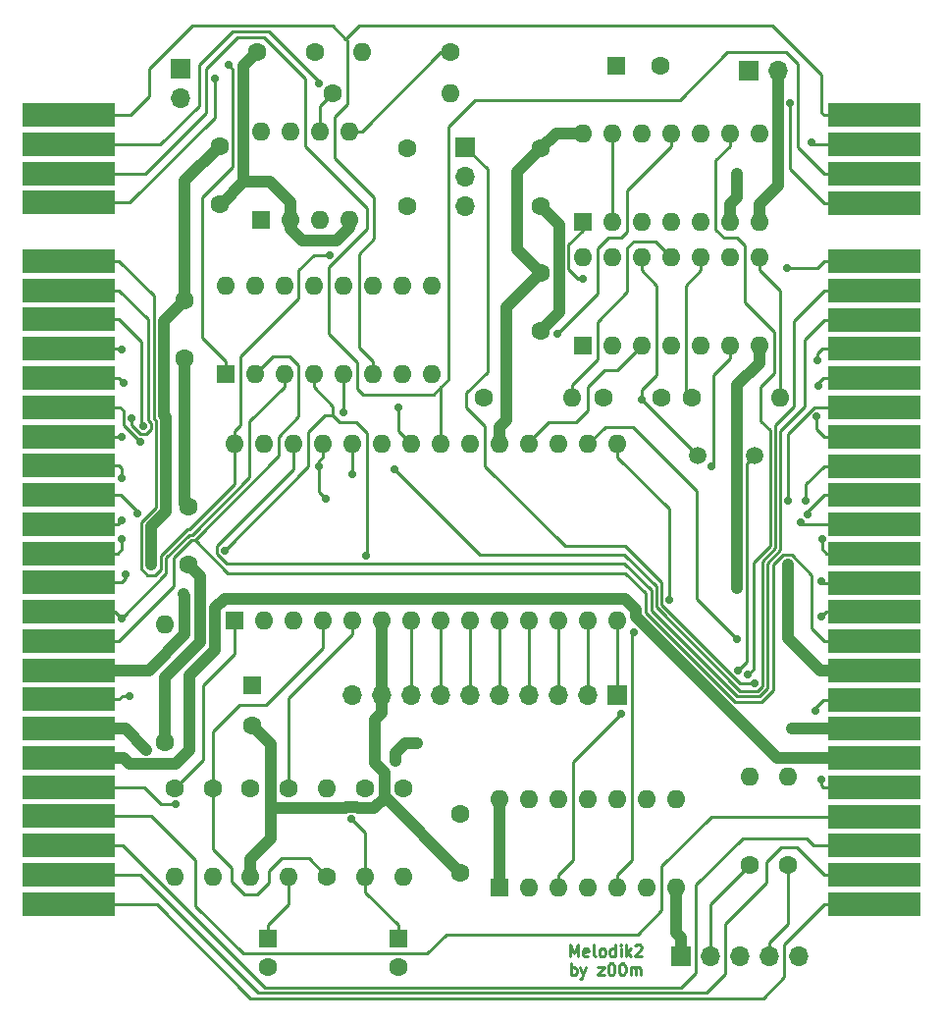
<source format=gtl>
G04 #@! TF.GenerationSoftware,KiCad,Pcbnew,6.0.11+dfsg-1*
G04 #@! TF.CreationDate,2025-03-28T14:55:45+01:00*
G04 #@! TF.ProjectId,Melodik2,4d656c6f-6469-46b3-922e-6b696361645f,2.0*
G04 #@! TF.SameCoordinates,Original*
G04 #@! TF.FileFunction,Copper,L1,Top*
G04 #@! TF.FilePolarity,Positive*
%FSLAX46Y46*%
G04 Gerber Fmt 4.6, Leading zero omitted, Abs format (unit mm)*
G04 Created by KiCad (PCBNEW 6.0.11+dfsg-1) date 2025-03-28 14:55:45*
%MOMM*%
%LPD*%
G01*
G04 APERTURE LIST*
%ADD10C,0.250000*%
G04 #@! TA.AperFunction,NonConductor*
%ADD11C,0.250000*%
G04 #@! TD*
G04 #@! TA.AperFunction,ComponentPad*
%ADD12C,1.600000*%
G04 #@! TD*
G04 #@! TA.AperFunction,ComponentPad*
%ADD13O,1.600000X1.600000*%
G04 #@! TD*
G04 #@! TA.AperFunction,ComponentPad*
%ADD14R,1.600000X1.600000*%
G04 #@! TD*
G04 #@! TA.AperFunction,SMDPad,CuDef*
%ADD15R,8.000000X2.000000*%
G04 #@! TD*
G04 #@! TA.AperFunction,ComponentPad*
%ADD16R,1.700000X1.700000*%
G04 #@! TD*
G04 #@! TA.AperFunction,ComponentPad*
%ADD17O,1.700000X1.700000*%
G04 #@! TD*
G04 #@! TA.AperFunction,ComponentPad*
%ADD18C,1.500000*%
G04 #@! TD*
G04 #@! TA.AperFunction,ViaPad*
%ADD19C,0.700000*%
G04 #@! TD*
G04 #@! TA.AperFunction,ViaPad*
%ADD20C,1.000000*%
G04 #@! TD*
G04 #@! TA.AperFunction,Conductor*
%ADD21C,1.000000*%
G04 #@! TD*
G04 #@! TA.AperFunction,Conductor*
%ADD22C,0.250000*%
G04 #@! TD*
G04 APERTURE END LIST*
D10*
D11*
X154462380Y-126067380D02*
X154462380Y-125067380D01*
X154795714Y-125781666D01*
X155129047Y-125067380D01*
X155129047Y-126067380D01*
X155986190Y-126019761D02*
X155890952Y-126067380D01*
X155700476Y-126067380D01*
X155605238Y-126019761D01*
X155557619Y-125924523D01*
X155557619Y-125543571D01*
X155605238Y-125448333D01*
X155700476Y-125400714D01*
X155890952Y-125400714D01*
X155986190Y-125448333D01*
X156033809Y-125543571D01*
X156033809Y-125638809D01*
X155557619Y-125734047D01*
X156605238Y-126067380D02*
X156510000Y-126019761D01*
X156462380Y-125924523D01*
X156462380Y-125067380D01*
X157129047Y-126067380D02*
X157033809Y-126019761D01*
X156986190Y-125972142D01*
X156938571Y-125876904D01*
X156938571Y-125591190D01*
X156986190Y-125495952D01*
X157033809Y-125448333D01*
X157129047Y-125400714D01*
X157271904Y-125400714D01*
X157367142Y-125448333D01*
X157414761Y-125495952D01*
X157462380Y-125591190D01*
X157462380Y-125876904D01*
X157414761Y-125972142D01*
X157367142Y-126019761D01*
X157271904Y-126067380D01*
X157129047Y-126067380D01*
X158319523Y-126067380D02*
X158319523Y-125067380D01*
X158319523Y-126019761D02*
X158224285Y-126067380D01*
X158033809Y-126067380D01*
X157938571Y-126019761D01*
X157890952Y-125972142D01*
X157843333Y-125876904D01*
X157843333Y-125591190D01*
X157890952Y-125495952D01*
X157938571Y-125448333D01*
X158033809Y-125400714D01*
X158224285Y-125400714D01*
X158319523Y-125448333D01*
X158795714Y-126067380D02*
X158795714Y-125400714D01*
X158795714Y-125067380D02*
X158748095Y-125115000D01*
X158795714Y-125162619D01*
X158843333Y-125115000D01*
X158795714Y-125067380D01*
X158795714Y-125162619D01*
X159271904Y-126067380D02*
X159271904Y-125067380D01*
X159367142Y-125686428D02*
X159652857Y-126067380D01*
X159652857Y-125400714D02*
X159271904Y-125781666D01*
X160033809Y-125162619D02*
X160081428Y-125115000D01*
X160176666Y-125067380D01*
X160414761Y-125067380D01*
X160510000Y-125115000D01*
X160557619Y-125162619D01*
X160605238Y-125257857D01*
X160605238Y-125353095D01*
X160557619Y-125495952D01*
X159986190Y-126067380D01*
X160605238Y-126067380D01*
X154510000Y-127677380D02*
X154510000Y-126677380D01*
X154510000Y-127058333D02*
X154605238Y-127010714D01*
X154795714Y-127010714D01*
X154890952Y-127058333D01*
X154938571Y-127105952D01*
X154986190Y-127201190D01*
X154986190Y-127486904D01*
X154938571Y-127582142D01*
X154890952Y-127629761D01*
X154795714Y-127677380D01*
X154605238Y-127677380D01*
X154510000Y-127629761D01*
X155319523Y-127010714D02*
X155557619Y-127677380D01*
X155795714Y-127010714D02*
X155557619Y-127677380D01*
X155462380Y-127915476D01*
X155414761Y-127963095D01*
X155319523Y-128010714D01*
X156843333Y-127010714D02*
X157367142Y-127010714D01*
X156843333Y-127677380D01*
X157367142Y-127677380D01*
X157938571Y-126677380D02*
X158033809Y-126677380D01*
X158129047Y-126725000D01*
X158176666Y-126772619D01*
X158224285Y-126867857D01*
X158271904Y-127058333D01*
X158271904Y-127296428D01*
X158224285Y-127486904D01*
X158176666Y-127582142D01*
X158129047Y-127629761D01*
X158033809Y-127677380D01*
X157938571Y-127677380D01*
X157843333Y-127629761D01*
X157795714Y-127582142D01*
X157748095Y-127486904D01*
X157700476Y-127296428D01*
X157700476Y-127058333D01*
X157748095Y-126867857D01*
X157795714Y-126772619D01*
X157843333Y-126725000D01*
X157938571Y-126677380D01*
X158890952Y-126677380D02*
X158986190Y-126677380D01*
X159081428Y-126725000D01*
X159129047Y-126772619D01*
X159176666Y-126867857D01*
X159224285Y-127058333D01*
X159224285Y-127296428D01*
X159176666Y-127486904D01*
X159129047Y-127582142D01*
X159081428Y-127629761D01*
X158986190Y-127677380D01*
X158890952Y-127677380D01*
X158795714Y-127629761D01*
X158748095Y-127582142D01*
X158700476Y-127486904D01*
X158652857Y-127296428D01*
X158652857Y-127058333D01*
X158700476Y-126867857D01*
X158748095Y-126772619D01*
X158795714Y-126725000D01*
X158890952Y-126677380D01*
X159652857Y-127677380D02*
X159652857Y-127010714D01*
X159652857Y-127105952D02*
X159700476Y-127058333D01*
X159795714Y-127010714D01*
X159938571Y-127010714D01*
X160033809Y-127058333D01*
X160081428Y-127153571D01*
X160081428Y-127677380D01*
X160081428Y-127153571D02*
X160129047Y-127058333D01*
X160224285Y-127010714D01*
X160367142Y-127010714D01*
X160462380Y-127058333D01*
X160510000Y-127153571D01*
X160510000Y-127677380D01*
D12*
X144070000Y-48120000D03*
D13*
X136450000Y-48120000D03*
D12*
X120310000Y-111550000D03*
D13*
X120310000Y-119170000D03*
D14*
X155525000Y-62700000D03*
D13*
X158065000Y-62700000D03*
X160605000Y-62700000D03*
X163145000Y-62700000D03*
X165685000Y-62700000D03*
X168225000Y-62700000D03*
X170765000Y-62700000D03*
X170765000Y-55080000D03*
X168225000Y-55080000D03*
X165685000Y-55080000D03*
X163145000Y-55080000D03*
X160605000Y-55080000D03*
X158065000Y-55080000D03*
X155525000Y-55080000D03*
D12*
X121500000Y-92300000D03*
X121500000Y-87300000D03*
D14*
X124675000Y-75850000D03*
D13*
X127215000Y-75850000D03*
X129755000Y-75850000D03*
X132295000Y-75850000D03*
X134835000Y-75850000D03*
X137375000Y-75850000D03*
X139915000Y-75850000D03*
X142455000Y-75850000D03*
X142455000Y-68230000D03*
X139915000Y-68230000D03*
X137375000Y-68230000D03*
X134835000Y-68230000D03*
X132295000Y-68230000D03*
X129755000Y-68230000D03*
X127215000Y-68230000D03*
X124675000Y-68230000D03*
D12*
X157300000Y-77900000D03*
X162300000Y-77900000D03*
X146990000Y-77900000D03*
D13*
X154610000Y-77900000D03*
D12*
X133460000Y-119180000D03*
D13*
X133460000Y-111560000D03*
D12*
X124210000Y-56170000D03*
X124210000Y-61170000D03*
X123610000Y-111550000D03*
D13*
X123610000Y-119170000D03*
D15*
X111180000Y-53510000D03*
X111180000Y-56030000D03*
X111180000Y-58550000D03*
X111180000Y-61070000D03*
X111180000Y-66110000D03*
X111180000Y-68630000D03*
X111180000Y-71150000D03*
X111180000Y-73670000D03*
X111180000Y-76190000D03*
X111180000Y-78710000D03*
X111180000Y-81230000D03*
X111180000Y-83750000D03*
X111180000Y-86270000D03*
X111180000Y-88790000D03*
X111180000Y-91310000D03*
X111180000Y-93830000D03*
X111180000Y-96350000D03*
X111180000Y-98870000D03*
X111180000Y-101390000D03*
X111180000Y-103910000D03*
X111180000Y-106430000D03*
X111180000Y-108950000D03*
X111180000Y-111470000D03*
X111180000Y-113990000D03*
X111180000Y-116510000D03*
X111180000Y-119030000D03*
X111180000Y-121550000D03*
D12*
X136760000Y-111560000D03*
D13*
X136760000Y-119180000D03*
D16*
X158500000Y-103500000D03*
D17*
X155960000Y-103500000D03*
X153420000Y-103500000D03*
X150880000Y-103500000D03*
X148340000Y-103500000D03*
X145800000Y-103500000D03*
X143260000Y-103500000D03*
X140720000Y-103500000D03*
X138180000Y-103500000D03*
X135640000Y-103500000D03*
D18*
X165460000Y-82870000D03*
X170340000Y-82870000D03*
D12*
X164900000Y-77900000D03*
D13*
X172520000Y-77900000D03*
D12*
X130160000Y-111560000D03*
D13*
X130160000Y-119180000D03*
D14*
X127760000Y-62520000D03*
D13*
X130300000Y-62520000D03*
X132840000Y-62520000D03*
X135380000Y-62520000D03*
X135380000Y-54900000D03*
X132840000Y-54900000D03*
X130300000Y-54900000D03*
X127760000Y-54900000D03*
D14*
X158404700Y-49270000D03*
D12*
X162204700Y-49270000D03*
D16*
X169860000Y-49670000D03*
D17*
X172400000Y-49670000D03*
D12*
X140060000Y-111560000D03*
D13*
X140060000Y-119180000D03*
D12*
X151900000Y-67100000D03*
X151900000Y-72100000D03*
X169960000Y-118170000D03*
D13*
X169960000Y-110550000D03*
D12*
X119500000Y-107580000D03*
D13*
X119500000Y-97420000D03*
D16*
X120810000Y-49535000D03*
D17*
X120810000Y-52075000D03*
D14*
X155525000Y-73400000D03*
D13*
X158065000Y-73400000D03*
X160605000Y-73400000D03*
X163145000Y-73400000D03*
X165685000Y-73400000D03*
X168225000Y-73400000D03*
X170765000Y-73400000D03*
X170765000Y-65780000D03*
X168225000Y-65780000D03*
X165685000Y-65780000D03*
X163145000Y-65780000D03*
X160605000Y-65780000D03*
X158065000Y-65780000D03*
X155525000Y-65780000D03*
D16*
X164040000Y-126020000D03*
D17*
X166580000Y-126020000D03*
X169120000Y-126020000D03*
X171660000Y-126020000D03*
X174200000Y-126020000D03*
D12*
X126860000Y-111560000D03*
D13*
X126860000Y-119180000D03*
D14*
X139600000Y-124504900D03*
D12*
X139600000Y-127004900D03*
D14*
X125500000Y-97125000D03*
D13*
X128040000Y-97125000D03*
X130580000Y-97125000D03*
X133120000Y-97125000D03*
X135660000Y-97125000D03*
X138200000Y-97125000D03*
X140740000Y-97125000D03*
X143280000Y-97125000D03*
X145820000Y-97125000D03*
X148360000Y-97125000D03*
X150900000Y-97125000D03*
X153440000Y-97125000D03*
X155980000Y-97125000D03*
X158520000Y-97125000D03*
X158520000Y-81885000D03*
X155980000Y-81885000D03*
X153440000Y-81885000D03*
X150900000Y-81885000D03*
X148360000Y-81885000D03*
X145820000Y-81885000D03*
X143280000Y-81885000D03*
X140740000Y-81885000D03*
X138200000Y-81885000D03*
X135660000Y-81885000D03*
X133120000Y-81885000D03*
X130580000Y-81885000D03*
X128040000Y-81885000D03*
X125500000Y-81885000D03*
D15*
X180700000Y-53530000D03*
X180700000Y-56050000D03*
X180700000Y-58570000D03*
X180700000Y-61090000D03*
X180700000Y-66130000D03*
X180700000Y-68650000D03*
X180700000Y-71170000D03*
X180700000Y-73690000D03*
X180700000Y-76210000D03*
X180700000Y-78730000D03*
X180700000Y-81250000D03*
X180700000Y-83770000D03*
X180700000Y-86290000D03*
X180700000Y-88810000D03*
X180700000Y-91330000D03*
X180700000Y-93850000D03*
X180700000Y-96370000D03*
X180700000Y-98890000D03*
X180700000Y-101410000D03*
X180700000Y-103930000D03*
X180700000Y-106450000D03*
X180700000Y-108970000D03*
X180700000Y-111490000D03*
X180700000Y-114010000D03*
X180700000Y-116530000D03*
X180700000Y-119050000D03*
X180700000Y-121570000D03*
D16*
X145400000Y-56275000D03*
D17*
X145400000Y-58815000D03*
X145400000Y-61355000D03*
D12*
X132410000Y-48120000D03*
X127410000Y-48120000D03*
X173260000Y-118180000D03*
D13*
X173260000Y-110560000D03*
D12*
X121200000Y-69500000D03*
X121200000Y-74500000D03*
X144960000Y-113820000D03*
X144960000Y-118820000D03*
X151900000Y-56400000D03*
X151900000Y-61400000D03*
D14*
X148335000Y-120170000D03*
D13*
X150875000Y-120170000D03*
X153415000Y-120170000D03*
X155955000Y-120170000D03*
X158495000Y-120170000D03*
X161035000Y-120170000D03*
X163575000Y-120170000D03*
X163575000Y-112550000D03*
X161035000Y-112550000D03*
X158495000Y-112550000D03*
X155955000Y-112550000D03*
X153415000Y-112550000D03*
X150875000Y-112550000D03*
X148335000Y-112550000D03*
D12*
X140360000Y-56370000D03*
X140360000Y-61370000D03*
D14*
X127010000Y-102664000D03*
D12*
X127010000Y-106164000D03*
X133930000Y-51670000D03*
D13*
X144090000Y-51670000D03*
D14*
X128350000Y-124499800D03*
D12*
X128350000Y-126999800D03*
D19*
X120428300Y-112953500D03*
X176085400Y-110794300D03*
X175583500Y-104892000D03*
X116441300Y-103579500D03*
X176163500Y-90084700D03*
X115739400Y-90058200D03*
X174327000Y-88675700D03*
X115745000Y-88453300D03*
X174962400Y-87956000D03*
X117076000Y-87893000D03*
X174745300Y-86797500D03*
X115754600Y-84850500D03*
X176133400Y-93719300D03*
X136854800Y-91523000D03*
X124626500Y-91072900D03*
X116101000Y-93145900D03*
X176118600Y-96796600D03*
X115732200Y-96899500D03*
X166602400Y-83774300D03*
X168813200Y-98678400D03*
X162993100Y-95329300D03*
X159931500Y-98160100D03*
X123779700Y-50370100D03*
X173427100Y-52464200D03*
X155568000Y-67644200D03*
X153364200Y-72340700D03*
X158802500Y-105150000D03*
X168906200Y-101379000D03*
X160635900Y-78045800D03*
X170320200Y-102511100D03*
X135580900Y-114206200D03*
D20*
X118270200Y-92300000D03*
X168798400Y-58570000D03*
X168844100Y-94271500D03*
X168844100Y-86384600D03*
D19*
X139614900Y-78688000D03*
X115737100Y-73726900D03*
X175795000Y-74672900D03*
X115889300Y-76630200D03*
X175873100Y-76889500D03*
X135660000Y-84470800D03*
X115772600Y-81230000D03*
X175722900Y-79521400D03*
X132796700Y-83795700D03*
X117349900Y-81701200D03*
X173263200Y-86790200D03*
X133379900Y-86624500D03*
X117590900Y-80350900D03*
X116566300Y-79675800D03*
X139307900Y-84022900D03*
X133713100Y-65571600D03*
X173140800Y-66713500D03*
X169780500Y-101777700D03*
X124960200Y-49189800D03*
X175230700Y-55834300D03*
X132728400Y-50827800D03*
X134910500Y-79123700D03*
D20*
X121049900Y-94825600D03*
X173188000Y-92282000D03*
X173561600Y-106450000D03*
X141219400Y-107683500D03*
X139347100Y-109205700D03*
X117887600Y-108238000D03*
D21*
X139347100Y-109205700D02*
X139347100Y-108552900D01*
X139347100Y-108552900D02*
X140216500Y-107683500D01*
X140216500Y-107683500D02*
X141219400Y-107683500D01*
D22*
X116566300Y-79675800D02*
X116566300Y-80281000D01*
X117311300Y-81026000D02*
X117870600Y-81026000D01*
X116566300Y-80281000D02*
X117311300Y-81026000D01*
X117870600Y-81026000D02*
X118265900Y-80630700D01*
X118265900Y-80630700D02*
X118265900Y-80071305D01*
X118265900Y-80071305D02*
X118000000Y-79805405D01*
X118000000Y-79805405D02*
X118000000Y-71124900D01*
X118000000Y-71124900D02*
X115505100Y-68630000D01*
X115505100Y-68630000D02*
X111180000Y-68630000D01*
X119114600Y-91512608D02*
X121372208Y-89255000D01*
X119114600Y-92691600D02*
X119114600Y-91512608D01*
X121372208Y-89255000D02*
X121545000Y-89255000D01*
X118637800Y-93168400D02*
X119114600Y-92691600D01*
X117962900Y-93168400D02*
X118637800Y-93168400D01*
X117433300Y-92638800D02*
X117962900Y-93168400D01*
X117433300Y-88645700D02*
X117433300Y-92638800D01*
X118715900Y-87363100D02*
X117433300Y-88645700D01*
X118715900Y-79884909D02*
X118715900Y-87363100D01*
X118500000Y-79669009D02*
X118715900Y-79884909D01*
X118500000Y-69104900D02*
X118500000Y-79669009D01*
X115505100Y-66110000D02*
X118500000Y-69104900D01*
X111180000Y-66110000D02*
X115505100Y-66110000D01*
X121545000Y-89255000D02*
X125500000Y-85300000D01*
X125500000Y-85300000D02*
X125500000Y-81885000D01*
D21*
X118270200Y-92300000D02*
X118270200Y-88975700D01*
X119540900Y-79543183D02*
X119400000Y-79402283D01*
X118270200Y-88975700D02*
X119540900Y-87705000D01*
X119400000Y-71300000D02*
X121200000Y-69500000D01*
X119540900Y-87705000D02*
X119540900Y-79543183D01*
X119400000Y-79402283D02*
X119400000Y-71300000D01*
D22*
X117590900Y-80350900D02*
X117400000Y-80160000D01*
X117400000Y-73044900D02*
X115505100Y-71150000D01*
X117400000Y-80160000D02*
X117400000Y-73044900D01*
X115505100Y-71150000D02*
X111180000Y-71150000D01*
D21*
X135380000Y-62520000D02*
X135380000Y-63220000D01*
X135380000Y-63220000D02*
X134300000Y-64300000D01*
X134300000Y-64300000D02*
X131300000Y-64300000D01*
X131300000Y-64300000D02*
X130300000Y-63300000D01*
X130300000Y-63300000D02*
X130300000Y-62520000D01*
X151900000Y-56400000D02*
X153220000Y-55080000D01*
X153220000Y-55080000D02*
X155525000Y-55080000D01*
D22*
X180700000Y-53530000D02*
X176374900Y-53530000D01*
X176374900Y-53530000D02*
X176134800Y-53289900D01*
X176134800Y-53289900D02*
X176134800Y-50034800D01*
X176134800Y-50034800D02*
X171900000Y-45800000D01*
X136218900Y-45800000D02*
X135061800Y-46957100D01*
X171900000Y-45800000D02*
X136218900Y-45800000D01*
X125500000Y-81885000D02*
X125500000Y-80759900D01*
X132328400Y-65571600D02*
X133713100Y-65571600D01*
X125500000Y-80759900D02*
X126000000Y-80259900D01*
X126000000Y-80259900D02*
X126000000Y-74300000D01*
X126000000Y-74300000D02*
X131000000Y-69300000D01*
X131000000Y-69300000D02*
X131000000Y-66900000D01*
X131000000Y-66900000D02*
X132328400Y-65571600D01*
X127215000Y-75850000D02*
X127250000Y-75850000D01*
X131000000Y-75100000D02*
X131000000Y-79527100D01*
X127250000Y-75850000D02*
X128800000Y-74300000D01*
X128800000Y-74300000D02*
X130200000Y-74300000D01*
X130200000Y-74300000D02*
X131000000Y-75100000D01*
X131000000Y-79527100D02*
X129300000Y-81227100D01*
X129300000Y-81227100D02*
X129300000Y-82903900D01*
X129300000Y-82903900D02*
X122048900Y-90155000D01*
X180700000Y-58570000D02*
X176374900Y-58570000D01*
X176374900Y-58570000D02*
X174102200Y-56297300D01*
X174102200Y-56297300D02*
X174102200Y-49102200D01*
X174102200Y-49102200D02*
X173100000Y-48100000D01*
X173100000Y-48100000D02*
X168000000Y-48100000D01*
X168000000Y-48100000D02*
X163900000Y-52200000D01*
X163900000Y-52200000D02*
X146200000Y-52200000D01*
X146200000Y-52200000D02*
X143900000Y-54500000D01*
X143900000Y-54500000D02*
X143900000Y-76363500D01*
X143900000Y-76363500D02*
X143280000Y-76983500D01*
X125700000Y-46800000D02*
X123000000Y-49500000D01*
X133640700Y-66598800D02*
X136900000Y-63339500D01*
X123000000Y-49500000D02*
X123000000Y-53300000D01*
X128000000Y-46800000D02*
X125700000Y-46800000D01*
X131570000Y-50370000D02*
X128000000Y-46800000D01*
X131570000Y-56170000D02*
X131570000Y-50370000D01*
X136900000Y-61500000D02*
X131570000Y-56170000D01*
X136900000Y-63339500D02*
X136900000Y-61500000D01*
X136100000Y-77100000D02*
X136100000Y-74797900D01*
X117750000Y-58550000D02*
X111180000Y-58550000D01*
X133640700Y-72338600D02*
X133640700Y-66598800D01*
X136100000Y-74797900D02*
X133640700Y-72338600D01*
X136600000Y-77600000D02*
X136100000Y-77100000D01*
X142663500Y-77600000D02*
X136600000Y-77600000D01*
X143280000Y-76983500D02*
X142663500Y-77600000D01*
X123000000Y-53300000D02*
X117750000Y-58550000D01*
X145400000Y-56275000D02*
X147300000Y-58175000D01*
X147300000Y-58175000D02*
X147300000Y-75673800D01*
X147300000Y-75673800D02*
X145500000Y-77473800D01*
X145500000Y-77473800D02*
X145500000Y-78710900D01*
X145500000Y-78710900D02*
X147100000Y-80310900D01*
X147100000Y-80310900D02*
X147100000Y-83800000D01*
X147100000Y-83800000D02*
X153969500Y-90669500D01*
X153969500Y-90669500D02*
X159169500Y-90669500D01*
X159169500Y-90669500D02*
X162318100Y-93818100D01*
X162318100Y-93818100D02*
X162318100Y-95745600D01*
X162318100Y-95745600D02*
X169083600Y-102511100D01*
X169083600Y-102511100D02*
X170320200Y-102511100D01*
D21*
X151900000Y-72100000D02*
X153500000Y-70500000D01*
X153500000Y-70500000D02*
X153500000Y-67166726D01*
X153500000Y-67166726D02*
X153475000Y-67141726D01*
X153475000Y-67141726D02*
X153475000Y-64358274D01*
X153475000Y-64358274D02*
X153500000Y-64333274D01*
X153500000Y-64333274D02*
X153500000Y-63000000D01*
X153500000Y-63000000D02*
X151900000Y-61400000D01*
D22*
X155568000Y-67644200D02*
X155144200Y-67644200D01*
X155144200Y-67644200D02*
X154300000Y-66800000D01*
X154300000Y-66800000D02*
X154300000Y-64700000D01*
X154300000Y-64700000D02*
X155525000Y-63475000D01*
X155525000Y-63475000D02*
X155525000Y-62700000D01*
D21*
X151900000Y-67100000D02*
X149900000Y-65100000D01*
X149900000Y-65100000D02*
X149900000Y-58400000D01*
X149900000Y-58400000D02*
X151900000Y-56400000D01*
D22*
X153364200Y-72340700D02*
X156795000Y-68909900D01*
X159335000Y-63565000D02*
X159335000Y-60015100D01*
X159335000Y-60015100D02*
X163145000Y-56205100D01*
X156795000Y-68909900D02*
X156795000Y-65005000D01*
X156795000Y-65005000D02*
X157704800Y-64095200D01*
X158804800Y-64095200D02*
X159335000Y-63565000D01*
X157704800Y-64095200D02*
X158804800Y-64095200D01*
X163145000Y-56205100D02*
X163145000Y-55080000D01*
X154610000Y-77900000D02*
X154610000Y-76774900D01*
X154610000Y-76774900D02*
X156800000Y-74584900D01*
X156800000Y-74584900D02*
X156800000Y-71335800D01*
X156800000Y-71335800D02*
X159371800Y-68764000D01*
X159371800Y-68764000D02*
X159371800Y-64928200D01*
X159371800Y-64928200D02*
X159900000Y-64400000D01*
X159900000Y-64400000D02*
X161765000Y-64400000D01*
X161765000Y-64400000D02*
X163145000Y-65780000D01*
X170900000Y-79907500D02*
X171683200Y-80690700D01*
X168225000Y-56205100D02*
X167000000Y-57430100D01*
X172070000Y-75760500D02*
X170900000Y-76930500D01*
X170900000Y-76930500D02*
X170900000Y-79907500D01*
X172070000Y-72228600D02*
X172070000Y-75760500D01*
X169500000Y-69658600D02*
X172070000Y-72228600D01*
X167000000Y-57430100D02*
X167000000Y-63400000D01*
X169500000Y-64800000D02*
X169500000Y-69658600D01*
X171683200Y-80690700D02*
X171683200Y-90663908D01*
X171683200Y-90663908D02*
X170230700Y-92116408D01*
X167695200Y-64095200D02*
X168795200Y-64095200D01*
X167000000Y-63400000D02*
X167695200Y-64095200D01*
X168795200Y-64095200D02*
X169500000Y-64800000D01*
X170230700Y-92116408D02*
X170230700Y-101327500D01*
X168225000Y-55080000D02*
X168225000Y-56205100D01*
X170230700Y-101327500D02*
X169780500Y-101777700D01*
X155980000Y-81885000D02*
X157465000Y-80400000D01*
X159819250Y-80400000D02*
X165342300Y-85923050D01*
X157465000Y-80400000D02*
X159819250Y-80400000D01*
X165342300Y-85923050D02*
X165342300Y-95207500D01*
X165342300Y-95207500D02*
X168813200Y-98678400D01*
X133944200Y-79403300D02*
X134540900Y-80000000D01*
X134540900Y-80000000D02*
X136000000Y-80000000D01*
X136000000Y-80000000D02*
X136900000Y-80900000D01*
X136900000Y-80900000D02*
X136900000Y-91477800D01*
X136900000Y-91477800D02*
X136854800Y-91523000D01*
X159100000Y-91400000D02*
X146685000Y-91400000D01*
X146685000Y-91400000D02*
X139307900Y-84022900D01*
X161868100Y-94168100D02*
X159100000Y-91400000D01*
X161868100Y-95932300D02*
X161868100Y-94168100D01*
X169122300Y-103186500D02*
X161868100Y-95932300D01*
X170599700Y-103186500D02*
X169122300Y-103186500D01*
X170995400Y-102790800D02*
X170599700Y-103186500D01*
X172133200Y-90850304D02*
X170995400Y-91988104D01*
X172133200Y-80266800D02*
X172133200Y-90850304D01*
X173778800Y-71246100D02*
X173778800Y-78621200D01*
X176374900Y-68650000D02*
X173778800Y-71246100D01*
X170995400Y-91988104D02*
X170995400Y-102790800D01*
X173778800Y-78621200D02*
X172133200Y-80266800D01*
X180700000Y-68650000D02*
X176374900Y-68650000D01*
X168225000Y-73400000D02*
X168225000Y-74525100D01*
X168225000Y-74525100D02*
X166800000Y-75950100D01*
X166800000Y-75950100D02*
X166800000Y-83576700D01*
X166800000Y-83576700D02*
X166602400Y-83774300D01*
X160605000Y-65780000D02*
X160605000Y-66905100D01*
X160605000Y-66905100D02*
X161900000Y-68200100D01*
X161900000Y-75900000D02*
X160635900Y-77164100D01*
X160635900Y-77164100D02*
X160635900Y-78045800D01*
X161900000Y-68200100D02*
X161900000Y-75900000D01*
X165685000Y-65780000D02*
X165685000Y-66905100D01*
X164400000Y-77400000D02*
X164900000Y-77900000D01*
X165685000Y-66905100D02*
X164400000Y-68190100D01*
X164400000Y-68190100D02*
X164400000Y-77400000D01*
X150900000Y-81885000D02*
X150900000Y-81700000D01*
X150900000Y-81700000D02*
X152600000Y-80000000D01*
X152600000Y-80000000D02*
X154900000Y-80000000D01*
X154900000Y-80000000D02*
X155955000Y-78945000D01*
X155955000Y-78945000D02*
X155955000Y-76945000D01*
X155955000Y-76945000D02*
X157400000Y-75500000D01*
X157400000Y-75500000D02*
X158505000Y-75500000D01*
X158505000Y-75500000D02*
X160605000Y-73400000D01*
D21*
X148360000Y-81885000D02*
X148360000Y-80384900D01*
X148360000Y-80384900D02*
X148900000Y-79844900D01*
X148900000Y-79844900D02*
X148900000Y-70100000D01*
X148900000Y-70100000D02*
X151900000Y-67100000D01*
D22*
X140740000Y-81885000D02*
X139614900Y-80759900D01*
X139614900Y-80759900D02*
X139614900Y-78688000D01*
X133944200Y-79403300D02*
X133296700Y-79403300D01*
X133296700Y-79403300D02*
X131850000Y-80850000D01*
X131850000Y-80850000D02*
X131850000Y-83849400D01*
X131850000Y-83849400D02*
X124626500Y-91072900D01*
X115732200Y-96899500D02*
X119564700Y-93067000D01*
X121795000Y-89705000D02*
X126773500Y-84726500D01*
X119564700Y-93067000D02*
X119564700Y-91698904D01*
X129755000Y-76975100D02*
X129755000Y-75850000D01*
X119564700Y-91698904D02*
X121558604Y-89705000D01*
X121558604Y-89705000D02*
X121795000Y-89705000D01*
X126773500Y-84726500D02*
X126773500Y-79956600D01*
X126773500Y-79956600D02*
X129755000Y-76975100D01*
X122048900Y-90155000D02*
X121745000Y-90155000D01*
X121745000Y-90155000D02*
X120224600Y-91675400D01*
X120224600Y-91675400D02*
X120224600Y-94150500D01*
X120224600Y-94150500D02*
X115505100Y-98870000D01*
X115505100Y-98870000D02*
X111180000Y-98870000D01*
X175278100Y-97793200D02*
X176374900Y-98890000D01*
X176374900Y-98890000D02*
X180700000Y-98890000D01*
X172819700Y-91436900D02*
X173542700Y-91436900D01*
X173542700Y-91436900D02*
X175278100Y-93172300D01*
X175278100Y-93172300D02*
X175278100Y-97793200D01*
X171961400Y-103098000D02*
X171961400Y-92295200D01*
X168645600Y-104110100D02*
X170949300Y-104110100D01*
X170949300Y-104110100D02*
X171961400Y-103098000D01*
X160968100Y-94768100D02*
X160968100Y-96432600D01*
X159200000Y-93000000D02*
X160968100Y-94768100D01*
X171961400Y-92295200D02*
X172819700Y-91436900D01*
X160968100Y-96432600D02*
X168645600Y-104110100D01*
X124893900Y-93000000D02*
X159200000Y-93000000D01*
X122048900Y-90155000D02*
X124893900Y-93000000D01*
X171445500Y-92174400D02*
X172583300Y-91036600D01*
X171445500Y-102977300D02*
X171445500Y-92174400D01*
X168837200Y-103649500D02*
X170773300Y-103649500D01*
X161418100Y-96230400D02*
X168837200Y-103649500D01*
X170773300Y-103649500D02*
X171445500Y-102977300D01*
X161418100Y-94518100D02*
X161418100Y-96230400D01*
X172583300Y-91036600D02*
X172583300Y-80777700D01*
X172583300Y-80777700D02*
X174679000Y-78682000D01*
X124758400Y-92228000D02*
X159128000Y-92228000D01*
X176374900Y-71170000D02*
X180700000Y-71170000D01*
X123910600Y-91380200D02*
X124758400Y-92228000D01*
X123910600Y-90702500D02*
X123910600Y-91380200D01*
X130580000Y-84033100D02*
X123910600Y-90702500D01*
X159128000Y-92228000D02*
X161418100Y-94518100D01*
X130580000Y-81885000D02*
X130580000Y-84033100D01*
X174679000Y-78682000D02*
X174679000Y-72865900D01*
X174679000Y-72865900D02*
X176374900Y-71170000D01*
D21*
X111180000Y-108950000D02*
X115880100Y-108950000D01*
X172321400Y-108970000D02*
X180700000Y-108970000D01*
X115880100Y-108950000D02*
X116392500Y-109462400D01*
X116392500Y-109462400D02*
X120437600Y-109462400D01*
X120437600Y-109462400D02*
X121612800Y-108287200D01*
X121612800Y-108287200D02*
X121612800Y-101811600D01*
X159200000Y-95200000D02*
X160143100Y-96143100D01*
X121612800Y-101811600D02*
X123800000Y-99624400D01*
X160143100Y-96143100D02*
X160143100Y-96791700D01*
X123800000Y-99624400D02*
X123800000Y-96000000D01*
X123800000Y-96000000D02*
X124600000Y-95200000D01*
X124600000Y-95200000D02*
X159200000Y-95200000D01*
X160143100Y-96791700D02*
X172321400Y-108970000D01*
X121500000Y-92300000D02*
X122500000Y-93300000D01*
X122500000Y-93300000D02*
X122500000Y-99000000D01*
X122500000Y-99000000D02*
X119500000Y-102000000D01*
X119500000Y-102000000D02*
X119500000Y-107580000D01*
X111180000Y-101390000D02*
X118110000Y-101390000D01*
X121200000Y-98300000D02*
X121200000Y-94975700D01*
X118110000Y-101390000D02*
X121200000Y-98300000D01*
X121200000Y-94975700D02*
X121049900Y-94825600D01*
D22*
X133120000Y-97125000D02*
X133120000Y-99480000D01*
X123610000Y-106690000D02*
X123610000Y-111550000D01*
X133120000Y-99480000D02*
X128200000Y-104400000D01*
X128200000Y-104400000D02*
X125900000Y-104400000D01*
X125900000Y-104400000D02*
X123610000Y-106690000D01*
X111180000Y-119030000D02*
X117353400Y-119030000D01*
X171400000Y-119700000D02*
X171400000Y-117900000D01*
X117353400Y-119030000D02*
X127544700Y-129221300D01*
X167850000Y-127550000D02*
X167850000Y-123250000D01*
X167850000Y-123250000D02*
X171400000Y-119700000D01*
X174024900Y-116700000D02*
X176374900Y-119050000D01*
X127544700Y-129221300D02*
X166178700Y-129221300D01*
X166178700Y-129221300D02*
X167850000Y-127550000D01*
X171400000Y-117900000D02*
X172600000Y-116700000D01*
X172600000Y-116700000D02*
X174024900Y-116700000D01*
X176374900Y-119050000D02*
X180700000Y-119050000D01*
X180700000Y-116530000D02*
X180670000Y-116500000D01*
X180670000Y-116500000D02*
X175400000Y-116500000D01*
X169300000Y-115900000D02*
X165300000Y-119900000D01*
X175400000Y-116500000D02*
X174800000Y-115900000D01*
X174800000Y-115900000D02*
X169300000Y-115900000D01*
X165300000Y-119900000D02*
X165300000Y-127500000D01*
X165300000Y-127500000D02*
X164028800Y-128771200D01*
X164028800Y-128771200D02*
X128119600Y-128771200D01*
X128119600Y-128771200D02*
X115858400Y-116510000D01*
X115858400Y-116510000D02*
X111180000Y-116510000D01*
X158495000Y-120170000D02*
X158495000Y-119044900D01*
X158495000Y-119044900D02*
X159800000Y-117739900D01*
X159800000Y-117739900D02*
X159800000Y-98291600D01*
X159800000Y-98291600D02*
X159931500Y-98160100D01*
X111180000Y-111470000D02*
X117670000Y-111470000D01*
X117670000Y-111470000D02*
X119153500Y-112953500D01*
X119153500Y-112953500D02*
X120428300Y-112953500D01*
D21*
X138180000Y-103500000D02*
X138180000Y-105050100D01*
X138180000Y-105050100D02*
X137600000Y-105630100D01*
X138410000Y-110210000D02*
X138410000Y-112270000D01*
X137600000Y-105630100D02*
X137600000Y-109400000D01*
X137600000Y-109400000D02*
X138410000Y-110210000D01*
X138410000Y-112270000D02*
X138410000Y-112390000D01*
X138410000Y-112390000D02*
X137500000Y-113300000D01*
X136159625Y-113300000D02*
X136015825Y-113156200D01*
X137500000Y-113300000D02*
X136159625Y-113300000D01*
X136015825Y-113156200D02*
X135145975Y-113156200D01*
X135145975Y-113156200D02*
X135002175Y-113300000D01*
X135002175Y-113300000D02*
X128865000Y-113300000D01*
X128865000Y-113300000D02*
X128625200Y-113060200D01*
D22*
X153415000Y-120170000D02*
X153415000Y-119044900D01*
X153415000Y-119044900D02*
X154700000Y-117759900D01*
X154700000Y-117759900D02*
X154700000Y-109252500D01*
X154700000Y-109252500D02*
X158802500Y-105150000D01*
X180700000Y-114010000D02*
X166590000Y-114010000D01*
X162305000Y-118295000D02*
X162305000Y-122095000D01*
X122100000Y-121700000D02*
X122100000Y-117800000D01*
X122100000Y-117800000D02*
X118290000Y-113990000D01*
X166590000Y-114010000D02*
X162305000Y-118295000D01*
X162305000Y-122095000D02*
X160237900Y-124162100D01*
X160237900Y-124162100D02*
X143748000Y-124162100D01*
X143748000Y-124162100D02*
X142110100Y-125800000D01*
X142110100Y-125800000D02*
X126200000Y-125800000D01*
X126200000Y-125800000D02*
X122100000Y-121700000D01*
X118290000Y-113990000D02*
X111180000Y-113990000D01*
X123610000Y-111550000D02*
X123610000Y-116810000D01*
X123610000Y-116810000D02*
X125200000Y-118400000D01*
X125200000Y-118400000D02*
X125200000Y-119600000D01*
X125200000Y-119600000D02*
X126300000Y-120700000D01*
X126300000Y-120700000D02*
X127400000Y-120700000D01*
X127400000Y-120700000D02*
X128400000Y-119700000D01*
X128400000Y-119700000D02*
X128400000Y-118700000D01*
X131880000Y-117600000D02*
X133460000Y-119180000D01*
X128400000Y-118700000D02*
X129500000Y-117600000D01*
X129500000Y-117600000D02*
X131880000Y-117600000D01*
X111180000Y-121550000D02*
X118750000Y-121550000D01*
X118750000Y-121550000D02*
X126871400Y-129671400D01*
X171128600Y-129671400D02*
X172930000Y-127870000D01*
X172930000Y-127870000D02*
X172930000Y-125014900D01*
X172930000Y-125014900D02*
X176374900Y-121570000D01*
X176374900Y-121570000D02*
X180700000Y-121570000D01*
X126871400Y-129671400D02*
X171128600Y-129671400D01*
X175795000Y-74672900D02*
X175795000Y-74105000D01*
X176210000Y-73690000D02*
X180700000Y-73690000D01*
X175795000Y-74105000D02*
X176210000Y-73690000D01*
X175873100Y-76889500D02*
X175873100Y-76626900D01*
X175873100Y-76626900D02*
X176290000Y-76210000D01*
X176290000Y-76210000D02*
X180700000Y-76210000D01*
X175722900Y-79521400D02*
X175722900Y-80622900D01*
X175722900Y-80622900D02*
X176350000Y-81250000D01*
X176350000Y-81250000D02*
X180700000Y-81250000D01*
X180700000Y-83770000D02*
X176330000Y-83770000D01*
X176330000Y-83770000D02*
X174745300Y-85354700D01*
X174745300Y-85354700D02*
X174745300Y-86797500D01*
X180700000Y-91330000D02*
X176530000Y-91330000D01*
X176530000Y-91330000D02*
X176163500Y-90963500D01*
X176163500Y-90963500D02*
X176163500Y-90084700D01*
X180700000Y-96370000D02*
X176545200Y-96370000D01*
X176545200Y-96370000D02*
X176118600Y-96796600D01*
X180700000Y-103930000D02*
X176270000Y-103930000D01*
X176270000Y-103930000D02*
X175583500Y-104616500D01*
X175583500Y-104616500D02*
X175583500Y-104892000D01*
X176085400Y-110794300D02*
X176085400Y-111285400D01*
X176085400Y-111285400D02*
X176290000Y-111490000D01*
X176290000Y-111490000D02*
X180700000Y-111490000D01*
X115732200Y-96899500D02*
X115182700Y-96350000D01*
X115182700Y-96350000D02*
X111180000Y-96350000D01*
X116101000Y-93145900D02*
X116101000Y-93499000D01*
X115770000Y-93830000D02*
X111180000Y-93830000D01*
X116101000Y-93499000D02*
X115770000Y-93830000D01*
X115739400Y-90058200D02*
X115739400Y-90960600D01*
X115739400Y-90960600D02*
X115390000Y-91310000D01*
X115390000Y-91310000D02*
X111180000Y-91310000D01*
X115745000Y-88453300D02*
X115408300Y-88790000D01*
X115408300Y-88790000D02*
X111180000Y-88790000D01*
X117076000Y-87893000D02*
X117076000Y-87676000D01*
X117076000Y-87676000D02*
X115670000Y-86270000D01*
X115670000Y-86270000D02*
X111180000Y-86270000D01*
X115754600Y-84850500D02*
X115754600Y-83999500D01*
X115754600Y-83999500D02*
X115505100Y-83750000D01*
X115505100Y-83750000D02*
X111180000Y-83750000D01*
X111180000Y-78710000D02*
X115610000Y-78710000D01*
X115610000Y-78710000D02*
X115891300Y-78991300D01*
X115891300Y-78991300D02*
X115891300Y-80242600D01*
X115891300Y-80242600D02*
X117349900Y-81701200D01*
X137375000Y-75850000D02*
X137375000Y-74724900D01*
X137375000Y-74724900D02*
X136211600Y-73561500D01*
X136211600Y-73561500D02*
X136211600Y-65488400D01*
X136211600Y-65488400D02*
X137500000Y-64200000D01*
X135200000Y-52581200D02*
X135200000Y-47095300D01*
X137500000Y-64200000D02*
X137500000Y-60600000D01*
X137500000Y-60600000D02*
X134100000Y-57200000D01*
X134100000Y-57200000D02*
X134100000Y-53681200D01*
X134100000Y-53681200D02*
X135200000Y-52581200D01*
X135200000Y-47095300D02*
X135061800Y-46957100D01*
X111180000Y-56030000D02*
X119070000Y-56030000D01*
X122400000Y-52700000D02*
X122400000Y-49200000D01*
X119070000Y-56030000D02*
X122400000Y-52700000D01*
X125300000Y-46300000D02*
X128400000Y-46300000D01*
X128400000Y-46300000D02*
X132728400Y-50628400D01*
X122400000Y-49200000D02*
X125300000Y-46300000D01*
X132728400Y-50628400D02*
X132728400Y-50827800D01*
X124960200Y-49189800D02*
X125344100Y-49573700D01*
X125344100Y-49573700D02*
X125344100Y-57955900D01*
X122700000Y-72749900D02*
X124675000Y-74724900D01*
X125344100Y-57955900D02*
X122700000Y-60600000D01*
X122700000Y-60600000D02*
X122700000Y-72749900D01*
X124675000Y-74724900D02*
X124675000Y-75850000D01*
X111180000Y-61070000D02*
X116430000Y-61070000D01*
X116430000Y-61070000D02*
X123779700Y-53720300D01*
X123779700Y-53720300D02*
X123779700Y-50370100D01*
X135061800Y-46957100D02*
X133904700Y-45800000D01*
X133904700Y-45800000D02*
X121800000Y-45800000D01*
X118080800Y-51918200D02*
X116489000Y-53510000D01*
X116489000Y-53510000D02*
X111180000Y-53510000D01*
X121800000Y-45800000D02*
X118080800Y-49519200D01*
X118080800Y-49519200D02*
X118080800Y-51918200D01*
X115835600Y-103579500D02*
X115505100Y-103910000D01*
X116441300Y-103579500D02*
X115835600Y-103579500D01*
X111180000Y-103910000D02*
X115505100Y-103910000D01*
X174461300Y-88810000D02*
X174327000Y-88675700D01*
X180700000Y-88810000D02*
X174461300Y-88810000D01*
X180700000Y-86290000D02*
X176374900Y-86290000D01*
X174962400Y-87702500D02*
X174962400Y-87956000D01*
X176374900Y-86290000D02*
X174962400Y-87702500D01*
X132840000Y-52760000D02*
X132840000Y-54900000D01*
X133930000Y-51670000D02*
X132840000Y-52760000D01*
X166580000Y-121550000D02*
X169960000Y-118170000D01*
X166580000Y-126020000D02*
X166580000Y-121550000D01*
X173260000Y-123244900D02*
X171660000Y-124844900D01*
X173260000Y-118180000D02*
X173260000Y-123244900D01*
X171660000Y-126020000D02*
X171660000Y-124844900D01*
X176264100Y-93850000D02*
X176133400Y-93719300D01*
X180700000Y-93850000D02*
X176264100Y-93850000D01*
X132295000Y-75850000D02*
X132295000Y-76975100D01*
X133944200Y-78624300D02*
X133944200Y-79403300D01*
X132295000Y-76975100D02*
X133944200Y-78624300D01*
X158520000Y-81885000D02*
X158520000Y-83010100D01*
X162993100Y-87483200D02*
X162993100Y-95329300D01*
X158520000Y-83010100D02*
X162993100Y-87483200D01*
X130160000Y-103750100D02*
X130160000Y-111560000D01*
X135660000Y-98250100D02*
X130160000Y-103750100D01*
X135660000Y-97125000D02*
X135660000Y-98250100D01*
X125500000Y-97125000D02*
X125500000Y-98250100D01*
X125500000Y-99939700D02*
X125500000Y-98250100D01*
X122725300Y-102714400D02*
X125500000Y-99939700D01*
X122725300Y-109134700D02*
X122725300Y-102714400D01*
X120310000Y-111550000D02*
X122725300Y-109134700D01*
X173427100Y-58142200D02*
X176374900Y-61090000D01*
X173427100Y-52464200D02*
X173427100Y-58142200D01*
X180700000Y-61090000D02*
X176374900Y-61090000D01*
X158065000Y-55080000D02*
X158065000Y-62700000D01*
X170765000Y-65780000D02*
X170765000Y-66905100D01*
X169669300Y-100615900D02*
X168906200Y-101379000D01*
X169669300Y-83540700D02*
X169669300Y-100615900D01*
X170340000Y-82870000D02*
X169669300Y-83540700D01*
X172520000Y-68660100D02*
X172520000Y-76774900D01*
X170765000Y-66905100D02*
X172520000Y-68660100D01*
X172520000Y-77900000D02*
X172520000Y-76774900D01*
X160635900Y-78045900D02*
X160635900Y-78045800D01*
X165460000Y-82870000D02*
X160635900Y-78045900D01*
X140720000Y-98270100D02*
X140720000Y-103500000D01*
X140740000Y-98250100D02*
X140720000Y-98270100D01*
X140740000Y-97125000D02*
X140740000Y-98250100D01*
X143260000Y-98270100D02*
X143260000Y-103500000D01*
X143280000Y-98250100D02*
X143260000Y-98270100D01*
X143280000Y-97125000D02*
X143280000Y-98250100D01*
X145800000Y-98270100D02*
X145800000Y-103500000D01*
X145820000Y-98250100D02*
X145800000Y-98270100D01*
X145820000Y-97125000D02*
X145820000Y-98250100D01*
X148340000Y-98270100D02*
X148340000Y-103500000D01*
X148360000Y-98250100D02*
X148340000Y-98270100D01*
X148360000Y-97125000D02*
X148360000Y-98250100D01*
X150880000Y-98270100D02*
X150880000Y-103500000D01*
X150900000Y-98250100D02*
X150880000Y-98270100D01*
X150900000Y-97125000D02*
X150900000Y-98250100D01*
X153420000Y-98270100D02*
X153420000Y-103500000D01*
X153440000Y-98250100D02*
X153420000Y-98270100D01*
X153440000Y-97125000D02*
X153440000Y-98250100D01*
X155960000Y-98270100D02*
X155960000Y-103500000D01*
X155980000Y-98250100D02*
X155960000Y-98270100D01*
X155980000Y-97125000D02*
X155980000Y-98250100D01*
X158520000Y-102304900D02*
X158500000Y-102324900D01*
X158520000Y-97125000D02*
X158520000Y-102304900D01*
X158500000Y-103500000D02*
X158500000Y-102324900D01*
X143285100Y-48120000D02*
X144070000Y-48120000D01*
X136505100Y-54900000D02*
X143285100Y-48120000D01*
X135380000Y-54900000D02*
X136505100Y-54900000D01*
X139600000Y-124504900D02*
X139600000Y-123379800D01*
X136760000Y-120539800D02*
X136760000Y-119180000D01*
X139600000Y-123379800D02*
X136760000Y-120539800D01*
X136760000Y-115385300D02*
X135580900Y-114206200D01*
X136760000Y-119180000D02*
X136760000Y-115385300D01*
X130160000Y-121564700D02*
X130160000Y-119180000D01*
X128350000Y-123374700D02*
X130160000Y-121564700D01*
X128350000Y-124499800D02*
X128350000Y-123374700D01*
D21*
X148335000Y-112550000D02*
X148335000Y-120170000D01*
X121200000Y-59180000D02*
X121200000Y-69500000D01*
X124210000Y-56170000D02*
X121200000Y-59180000D01*
X168225000Y-62700000D02*
X168225000Y-61199900D01*
X168798400Y-60626500D02*
X168798400Y-58570000D01*
X168225000Y-61199900D02*
X168798400Y-60626500D01*
X126860000Y-119180000D02*
X126860000Y-117679900D01*
X163575000Y-124004900D02*
X164040000Y-124469900D01*
X163575000Y-120170000D02*
X163575000Y-124004900D01*
X164040000Y-126020000D02*
X164040000Y-124469900D01*
X121200000Y-87000000D02*
X121500000Y-87300000D01*
X121200000Y-74500000D02*
X121200000Y-87000000D01*
X138180000Y-98645100D02*
X138180000Y-103500000D01*
X138200000Y-98625100D02*
X138180000Y-98645100D01*
X138200000Y-97125000D02*
X138200000Y-98625100D01*
X170765000Y-62700000D02*
X170765000Y-61199900D01*
X144960000Y-118820000D02*
X138410000Y-112270000D01*
X128625200Y-115914700D02*
X128625200Y-113060200D01*
X126860000Y-117679900D02*
X128625200Y-115914700D01*
X128625200Y-107779200D02*
X127010000Y-106164000D01*
X128625200Y-113060200D02*
X128625200Y-107779200D01*
X130300000Y-62520000D02*
X130300000Y-61019900D01*
X128566700Y-59286600D02*
X130300000Y-61019900D01*
X126248600Y-59286600D02*
X128566700Y-59286600D01*
X126248600Y-49281400D02*
X126248600Y-59286600D01*
X127410000Y-48120000D02*
X126248600Y-49281400D01*
X124365200Y-61170000D02*
X124210000Y-61170000D01*
X126248600Y-59286600D02*
X124365200Y-61170000D01*
X168844100Y-76821000D02*
X170765000Y-74900100D01*
X168844100Y-86384600D02*
X168844100Y-76821000D01*
X170765000Y-73400000D02*
X170765000Y-74900100D01*
X168844100Y-94271500D02*
X168844100Y-86384600D01*
X172377000Y-59587900D02*
X170765000Y-61199900D01*
X172377000Y-51243100D02*
X172377000Y-59587900D01*
X172400000Y-51220100D02*
X172377000Y-51243100D01*
X172400000Y-49670000D02*
X172400000Y-51220100D01*
D22*
X143280000Y-81885000D02*
X143280000Y-80759900D01*
X143280000Y-76983500D02*
X143280000Y-80759900D01*
X111180000Y-73670000D02*
X115505100Y-73670000D01*
X115562000Y-73726900D02*
X115505100Y-73670000D01*
X115737100Y-73726900D02*
X115562000Y-73726900D01*
X111180000Y-76190000D02*
X115505100Y-76190000D01*
X115889300Y-76574200D02*
X115889300Y-76630200D01*
X115505100Y-76190000D02*
X115889300Y-76574200D01*
X115772600Y-81230000D02*
X111180000Y-81230000D01*
X135660000Y-81885000D02*
X135660000Y-84470800D01*
X133120000Y-81885000D02*
X133120000Y-83010100D01*
X132796700Y-83333400D02*
X132796700Y-83795700D01*
X133120000Y-83010100D02*
X132796700Y-83333400D01*
X132796700Y-86041300D02*
X132796700Y-83795700D01*
X133379900Y-86624500D02*
X132796700Y-86041300D01*
X173263200Y-80987400D02*
X173263200Y-86790200D01*
X175520600Y-78730000D02*
X173263200Y-80987400D01*
X180700000Y-78730000D02*
X175520600Y-78730000D01*
X175791400Y-66713500D02*
X176374900Y-66130000D01*
X173140800Y-66713500D02*
X175791400Y-66713500D01*
X180700000Y-66130000D02*
X176374900Y-66130000D01*
X175446400Y-56050000D02*
X175230700Y-55834300D01*
X180700000Y-56050000D02*
X175446400Y-56050000D01*
X134910500Y-77050600D02*
X134835000Y-76975100D01*
X134910500Y-79123700D02*
X134910500Y-77050600D01*
X134835000Y-75850000D02*
X134835000Y-76975100D01*
D21*
X180700000Y-101410000D02*
X175999900Y-101410000D01*
X173188000Y-98598100D02*
X173188000Y-92282000D01*
X175999900Y-101410000D02*
X173188000Y-98598100D01*
X116079600Y-106430000D02*
X111180000Y-106430000D01*
X117887600Y-108238000D02*
X116079600Y-106430000D01*
X180700000Y-106450000D02*
X173561600Y-106450000D01*
M02*

</source>
